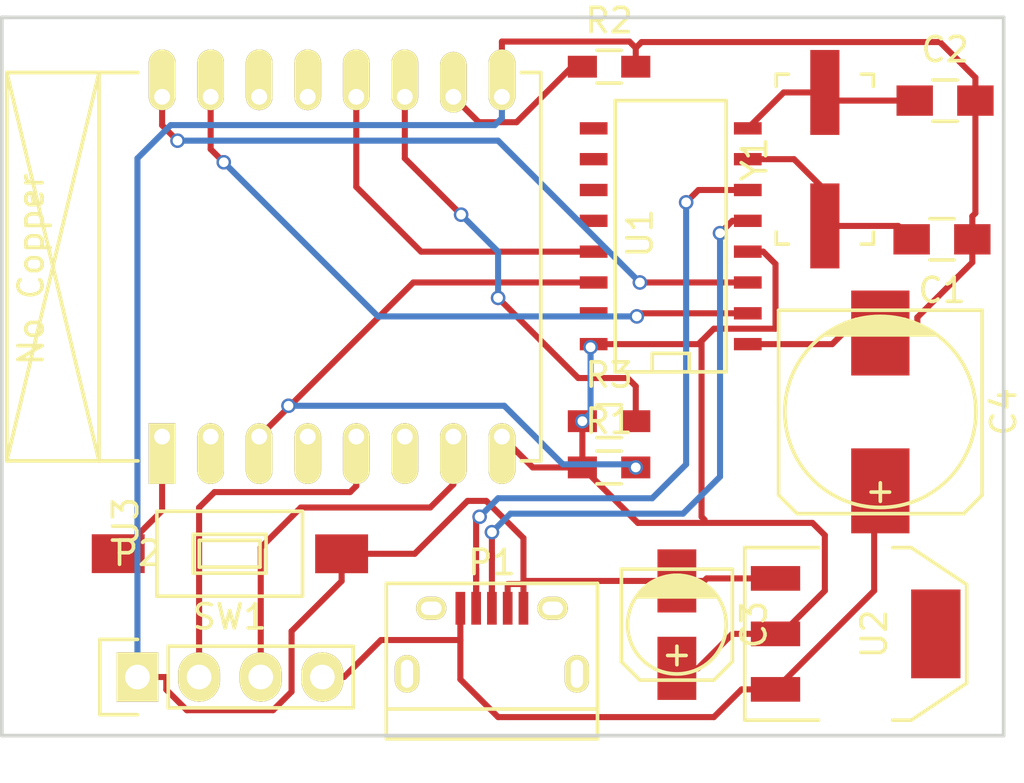
<source format=kicad_pcb>
(kicad_pcb (version 20171130) (host pcbnew "(5.1.12)-1")

  (general
    (thickness 1.6)
    (drawings 5)
    (tracks 183)
    (zones 0)
    (modules 14)
    (nets 27)
  )

  (page A4)
  (layers
    (0 F.Cu signal)
    (31 B.Cu signal)
    (32 B.Adhes user)
    (33 F.Adhes user)
    (34 B.Paste user)
    (35 F.Paste user)
    (36 B.SilkS user)
    (37 F.SilkS user)
    (38 B.Mask user)
    (39 F.Mask user)
    (40 Dwgs.User user)
    (41 Cmts.User user)
    (42 Eco1.User user)
    (43 Eco2.User user)
    (44 Edge.Cuts user)
    (45 Margin user)
    (46 B.CrtYd user)
    (47 F.CrtYd user)
    (48 B.Fab user)
    (49 F.Fab user)
  )

  (setup
    (last_trace_width 0.25)
    (trace_clearance 0.2)
    (zone_clearance 0.508)
    (zone_45_only no)
    (trace_min 0.2)
    (via_size 0.6)
    (via_drill 0.4)
    (via_min_size 0.4)
    (via_min_drill 0.3)
    (uvia_size 0.3)
    (uvia_drill 0.1)
    (uvias_allowed no)
    (uvia_min_size 0.2)
    (uvia_min_drill 0.1)
    (edge_width 0.15)
    (segment_width 0.2)
    (pcb_text_width 0.3)
    (pcb_text_size 1.5 1.5)
    (mod_edge_width 0.15)
    (mod_text_size 1 1)
    (mod_text_width 0.15)
    (pad_size 1.524 1.524)
    (pad_drill 0.762)
    (pad_to_mask_clearance 0.2)
    (aux_axis_origin 0 0)
    (visible_elements 7FFFFFFF)
    (pcbplotparams
      (layerselection 0x010f0_80000001)
      (usegerberextensions false)
      (usegerberattributes true)
      (usegerberadvancedattributes true)
      (creategerberjobfile true)
      (excludeedgelayer true)
      (linewidth 0.100000)
      (plotframeref false)
      (viasonmask false)
      (mode 1)
      (useauxorigin false)
      (hpglpennumber 1)
      (hpglpenspeed 20)
      (hpglpendiameter 15.000000)
      (psnegative false)
      (psa4output false)
      (plotreference true)
      (plotvalue true)
      (plotinvisibletext false)
      (padsonsilk false)
      (subtractmaskfromsilk false)
      (outputformat 1)
      (mirror false)
      (drillshape 0)
      (scaleselection 1)
      (outputdirectory ""))
  )

  (net 0 "")
  (net 1 /GND)
  (net 2 "Net-(C1-Pad2)")
  (net 3 "Net-(C2-Pad1)")
  (net 4 /3.3V)
  (net 5 /5V)
  (net 6 "Net-(P1-Pad2)")
  (net 7 "Net-(P1-Pad3)")
  (net 8 /CLOCK)
  (net 9 /MOSI)
  (net 10 /RTS)
  (net 11 "Net-(R2-Pad1)")
  (net 12 "Net-(R3-Pad2)")
  (net 13 /DTR)
  (net 14 "Net-(U1-Pad12)")
  (net 15 "Net-(U1-Pad11)")
  (net 16 "Net-(U1-Pad10)")
  (net 17 "Net-(U1-Pad9)")
  (net 18 /RX)
  (net 19 /TX)
  (net 20 "Net-(U1-Pad15)")
  (net 21 "Net-(U3-Pad2)")
  (net 22 "Net-(U3-Pad4)")
  (net 23 "Net-(U3-Pad6)")
  (net 24 "Net-(U3-Pad13)")
  (net 25 "Net-(U3-Pad14)")
  (net 26 /RESET)

  (net_class Default "This is the default net class."
    (clearance 0.2)
    (trace_width 0.25)
    (via_dia 0.6)
    (via_drill 0.4)
    (uvia_dia 0.3)
    (uvia_drill 0.1)
    (add_net /3.3V)
    (add_net /5V)
    (add_net /CLOCK)
    (add_net /DTR)
    (add_net /GND)
    (add_net /MOSI)
    (add_net /RESET)
    (add_net /RTS)
    (add_net /RX)
    (add_net /TX)
    (add_net "Net-(C1-Pad2)")
    (add_net "Net-(C2-Pad1)")
    (add_net "Net-(P1-Pad2)")
    (add_net "Net-(P1-Pad3)")
    (add_net "Net-(R2-Pad1)")
    (add_net "Net-(R3-Pad2)")
    (add_net "Net-(U1-Pad10)")
    (add_net "Net-(U1-Pad11)")
    (add_net "Net-(U1-Pad12)")
    (add_net "Net-(U1-Pad15)")
    (add_net "Net-(U1-Pad9)")
    (add_net "Net-(U3-Pad13)")
    (add_net "Net-(U3-Pad14)")
    (add_net "Net-(U3-Pad2)")
    (add_net "Net-(U3-Pad4)")
    (add_net "Net-(U3-Pad6)")
  )

  (module Capacitors_SMD:C_0805_HandSoldering (layer F.Cu) (tedit 541A9B8D) (tstamp 568B2579)
    (at 166.116 83.312 180)
    (descr "Capacitor SMD 0805, hand soldering")
    (tags "capacitor 0805")
    (path /568AD759)
    (attr smd)
    (fp_text reference C1 (at 0 -2.1 180) (layer F.SilkS)
      (effects (font (size 1 1) (thickness 0.15)))
    )
    (fp_text value 22pF (at 0 2.1 180) (layer F.Fab)
      (effects (font (size 1 1) (thickness 0.15)))
    )
    (fp_line (start -0.5 0.85) (end 0.5 0.85) (layer F.SilkS) (width 0.15))
    (fp_line (start 0.5 -0.85) (end -0.5 -0.85) (layer F.SilkS) (width 0.15))
    (fp_line (start 2.3 -1) (end 2.3 1) (layer F.CrtYd) (width 0.05))
    (fp_line (start -2.3 -1) (end -2.3 1) (layer F.CrtYd) (width 0.05))
    (fp_line (start -2.3 1) (end 2.3 1) (layer F.CrtYd) (width 0.05))
    (fp_line (start -2.3 -1) (end 2.3 -1) (layer F.CrtYd) (width 0.05))
    (pad 1 smd rect (at -1.25 0 180) (size 1.5 1.25) (layers F.Cu F.Paste F.Mask)
      (net 1 /GND))
    (pad 2 smd rect (at 1.25 0 180) (size 1.5 1.25) (layers F.Cu F.Paste F.Mask)
      (net 2 "Net-(C1-Pad2)"))
    (model Capacitors_SMD.3dshapes/C_0805_HandSoldering.wrl
      (at (xyz 0 0 0))
      (scale (xyz 1 1 1))
      (rotate (xyz 0 0 0))
    )
  )

  (module Capacitors_SMD:C_0805_HandSoldering (layer F.Cu) (tedit 541A9B8D) (tstamp 568B257F)
    (at 166.243 77.597)
    (descr "Capacitor SMD 0805, hand soldering")
    (tags "capacitor 0805")
    (path /568AD8D0)
    (attr smd)
    (fp_text reference C2 (at 0 -2.1) (layer F.SilkS)
      (effects (font (size 1 1) (thickness 0.15)))
    )
    (fp_text value 22pF (at 0 2.1) (layer F.Fab)
      (effects (font (size 1 1) (thickness 0.15)))
    )
    (fp_line (start -0.5 0.85) (end 0.5 0.85) (layer F.SilkS) (width 0.15))
    (fp_line (start 0.5 -0.85) (end -0.5 -0.85) (layer F.SilkS) (width 0.15))
    (fp_line (start 2.3 -1) (end 2.3 1) (layer F.CrtYd) (width 0.05))
    (fp_line (start -2.3 -1) (end -2.3 1) (layer F.CrtYd) (width 0.05))
    (fp_line (start -2.3 1) (end 2.3 1) (layer F.CrtYd) (width 0.05))
    (fp_line (start -2.3 -1) (end 2.3 -1) (layer F.CrtYd) (width 0.05))
    (pad 1 smd rect (at -1.25 0) (size 1.5 1.25) (layers F.Cu F.Paste F.Mask)
      (net 3 "Net-(C2-Pad1)"))
    (pad 2 smd rect (at 1.25 0) (size 1.5 1.25) (layers F.Cu F.Paste F.Mask)
      (net 1 /GND))
    (model Capacitors_SMD.3dshapes/C_0805_HandSoldering.wrl
      (at (xyz 0 0 0))
      (scale (xyz 1 1 1))
      (rotate (xyz 0 0 0))
    )
  )

  (module Capacitors_SMD:c_elec_4x5.8 (layer F.Cu) (tedit 556FDF7F) (tstamp 568B2585)
    (at 155.194 99.187 270)
    (descr "SMT capacitor, aluminium electrolytic, 4x5.8")
    (path /568ADE78)
    (attr smd)
    (fp_text reference C3 (at 0 -3.175 270) (layer F.SilkS)
      (effects (font (size 1 1) (thickness 0.15)))
    )
    (fp_text value 22uF (at 0 3.175 270) (layer F.Fab)
      (effects (font (size 1 1) (thickness 0.15)))
    )
    (fp_circle (center 0 0) (end -2.032 0) (layer F.SilkS) (width 0.15))
    (fp_line (start -2.286 -2.286) (end -2.286 2.286) (layer F.SilkS) (width 0.15))
    (fp_line (start -1.143 -1.651) (end -1.143 1.651) (layer F.SilkS) (width 0.15))
    (fp_line (start -1.27 -1.524) (end -1.27 1.524) (layer F.SilkS) (width 0.15))
    (fp_line (start -1.397 1.397) (end -1.397 -1.397) (layer F.SilkS) (width 0.15))
    (fp_line (start -1.524 -1.27) (end -1.524 1.27) (layer F.SilkS) (width 0.15))
    (fp_line (start -1.651 1.143) (end -1.651 -1.143) (layer F.SilkS) (width 0.15))
    (fp_line (start -1.778 0.889) (end -1.778 -0.889) (layer F.SilkS) (width 0.15))
    (fp_line (start -1.905 -0.635) (end -1.905 0.635) (layer F.SilkS) (width 0.15))
    (fp_line (start -2.032 0.127) (end -2.032 -0.127) (layer F.SilkS) (width 0.15))
    (fp_line (start 1.524 -2.286) (end 2.286 -1.524) (layer F.SilkS) (width 0.15))
    (fp_line (start 1.524 -2.286) (end -2.286 -2.286) (layer F.SilkS) (width 0.15))
    (fp_line (start 1.524 2.286) (end 2.286 1.524) (layer F.SilkS) (width 0.15))
    (fp_line (start 2.286 -1.524) (end 2.286 1.524) (layer F.SilkS) (width 0.15))
    (fp_line (start 1.524 2.286) (end -2.286 2.286) (layer F.SilkS) (width 0.15))
    (fp_line (start 1.27 -0.381) (end 1.27 0.381) (layer F.SilkS) (width 0.15))
    (fp_line (start 1.651 0) (end 0.889 0) (layer F.SilkS) (width 0.15))
    (fp_line (start -3.35 2.65) (end -3.35 -2.65) (layer F.CrtYd) (width 0.05))
    (fp_line (start 3.35 2.65) (end -3.35 2.65) (layer F.CrtYd) (width 0.05))
    (fp_line (start 3.35 -2.65) (end 3.35 2.65) (layer F.CrtYd) (width 0.05))
    (fp_line (start -3.35 -2.65) (end 3.35 -2.65) (layer F.CrtYd) (width 0.05))
    (pad 1 smd rect (at 1.80086 0 270) (size 2.60096 1.6002) (layers F.Cu F.Paste F.Mask)
      (net 4 /3.3V))
    (pad 2 smd rect (at -1.80086 0 270) (size 2.60096 1.6002) (layers F.Cu F.Paste F.Mask)
      (net 1 /GND))
    (model Capacitors_SMD.3dshapes/c_elec_4x5.8.wrl
      (at (xyz 0 0 0))
      (scale (xyz 1 1 1))
      (rotate (xyz 0 0 0))
    )
  )

  (module Capacitors_SMD:c_elec_8x10 (layer F.Cu) (tedit 55729723) (tstamp 568B258B)
    (at 163.576 90.424 270)
    (descr "SMT capacitor, aluminium electrolytic, 8x10")
    (path /568AE44B)
    (attr smd)
    (fp_text reference C4 (at 0 -5.08 270) (layer F.SilkS)
      (effects (font (size 1 1) (thickness 0.15)))
    )
    (fp_text value 470uF (at 0 5.08 270) (layer F.Fab)
      (effects (font (size 1 1) (thickness 0.15)))
    )
    (fp_circle (center 0 0) (end 3.937 0) (layer F.SilkS) (width 0.15))
    (fp_line (start 3.302 -0.381) (end 3.302 0.381) (layer F.SilkS) (width 0.15))
    (fp_line (start 3.683 0) (end 2.921 0) (layer F.SilkS) (width 0.15))
    (fp_line (start 3.429 -4.191) (end -4.191 -4.191) (layer F.SilkS) (width 0.15))
    (fp_line (start 4.191 -3.429) (end 3.429 -4.191) (layer F.SilkS) (width 0.15))
    (fp_line (start 4.191 3.429) (end 4.191 -3.429) (layer F.SilkS) (width 0.15))
    (fp_line (start 3.429 4.191) (end 4.191 3.429) (layer F.SilkS) (width 0.15))
    (fp_line (start -4.191 4.191) (end 3.429 4.191) (layer F.SilkS) (width 0.15))
    (fp_line (start -4.191 -4.191) (end -4.191 4.191) (layer F.SilkS) (width 0.15))
    (fp_line (start -3.175 -2.286) (end -3.175 2.286) (layer F.SilkS) (width 0.15))
    (fp_line (start -3.302 2.032) (end -3.302 -2.032) (layer F.SilkS) (width 0.15))
    (fp_line (start -3.429 1.905) (end -3.429 -1.905) (layer F.SilkS) (width 0.15))
    (fp_line (start -3.556 -1.651) (end -3.556 1.651) (layer F.SilkS) (width 0.15))
    (fp_line (start -3.683 1.397) (end -3.683 -1.397) (layer F.SilkS) (width 0.15))
    (fp_line (start -3.81 -1.016) (end -3.81 1.016) (layer F.SilkS) (width 0.15))
    (fp_line (start -5.35 4.55) (end -5.35 -4.55) (layer F.CrtYd) (width 0.05))
    (fp_line (start 5.35 4.55) (end -5.35 4.55) (layer F.CrtYd) (width 0.05))
    (fp_line (start 5.35 -4.55) (end 5.35 4.55) (layer F.CrtYd) (width 0.05))
    (fp_line (start -5.35 -4.55) (end 5.35 -4.55) (layer F.CrtYd) (width 0.05))
    (pad 1 smd rect (at 3.2512 0 270) (size 3.50012 2.4003) (layers F.Cu F.Paste F.Mask)
      (net 5 /5V))
    (pad 2 smd rect (at -3.2512 0 270) (size 3.50012 2.4003) (layers F.Cu F.Paste F.Mask)
      (net 1 /GND))
    (model Capacitors_SMD.3dshapes/c_elec_8x10.wrl
      (at (xyz 0 0 0))
      (scale (xyz 1 1 1))
      (rotate (xyz 0 0 0))
    )
  )

  (module Connect:USB_Micro-B (layer F.Cu) (tedit 0) (tstamp 568B2598)
    (at 147.574 100.076)
    (descr "Micro USB Type B Receptacle")
    (tags "USB USB_B USB_micro USB_OTG")
    (path /568AD4FF)
    (attr smd)
    (fp_text reference P1 (at 0 -3.45) (layer F.SilkS)
      (effects (font (size 1 1) (thickness 0.15)))
    )
    (fp_text value USB_B (at 0 4.8) (layer F.Fab)
      (effects (font (size 1 1) (thickness 0.15)))
    )
    (fp_line (start -4.3509 3.81746) (end -4.3509 -2.58754) (layer F.SilkS) (width 0.15))
    (fp_line (start 4.3491 2.58746) (end -4.3509 2.58746) (layer F.SilkS) (width 0.15))
    (fp_line (start 4.3491 -2.58754) (end 4.3491 3.81746) (layer F.SilkS) (width 0.15))
    (fp_line (start -4.3509 -2.58754) (end 4.3491 -2.58754) (layer F.SilkS) (width 0.15))
    (fp_line (start -4.3509 3.81746) (end 4.3491 3.81746) (layer F.SilkS) (width 0.15))
    (fp_line (start -4.6 4.05) (end -4.6 -2.8) (layer F.CrtYd) (width 0.05))
    (fp_line (start 4.6 4.05) (end -4.6 4.05) (layer F.CrtYd) (width 0.05))
    (fp_line (start 4.6 -2.8) (end 4.6 4.05) (layer F.CrtYd) (width 0.05))
    (fp_line (start -4.6 -2.8) (end 4.6 -2.8) (layer F.CrtYd) (width 0.05))
    (pad 1 smd rect (at -1.3009 -1.56254 90) (size 1.35 0.4) (layers F.Cu F.Paste F.Mask)
      (net 5 /5V))
    (pad 2 smd rect (at -0.6509 -1.56254 90) (size 1.35 0.4) (layers F.Cu F.Paste F.Mask)
      (net 6 "Net-(P1-Pad2)"))
    (pad 3 smd rect (at -0.0009 -1.56254 90) (size 1.35 0.4) (layers F.Cu F.Paste F.Mask)
      (net 7 "Net-(P1-Pad3)"))
    (pad 4 smd rect (at 0.6491 -1.56254 90) (size 1.35 0.4) (layers F.Cu F.Paste F.Mask)
      (net 1 /GND))
    (pad 5 smd rect (at 1.2991 -1.56254 90) (size 1.35 0.4) (layers F.Cu F.Paste F.Mask)
      (net 1 /GND))
    (pad 6 thru_hole oval (at -2.5009 -1.56254 90) (size 0.95 1.25) (drill oval 0.55 0.85) (layers *.Cu *.Mask F.SilkS))
    (pad 6 thru_hole oval (at 2.4991 -1.56254 90) (size 0.95 1.25) (drill oval 0.55 0.85) (layers *.Cu *.Mask F.SilkS))
    (pad 6 thru_hole oval (at -3.5009 1.13746 90) (size 1.55 1) (drill oval 1.15 0.5) (layers *.Cu *.Mask F.SilkS))
    (pad 6 thru_hole oval (at 3.4991 1.13746 90) (size 1.55 1) (drill oval 1.15 0.5) (layers *.Cu *.Mask F.SilkS))
  )

  (module Socket_Strips:Socket_Strip_Straight_1x04 (layer F.Cu) (tedit 0) (tstamp 568B25A0)
    (at 132.969 101.346)
    (descr "Through hole socket strip")
    (tags "socket strip")
    (path /568B08A9)
    (fp_text reference P2 (at 0 -5.1) (layer F.SilkS)
      (effects (font (size 1 1) (thickness 0.15)))
    )
    (fp_text value CONN_01X04 (at 0 -3.1) (layer F.Fab)
      (effects (font (size 1 1) (thickness 0.15)))
    )
    (fp_line (start -1.55 -1.55) (end -1.55 1.55) (layer F.SilkS) (width 0.15))
    (fp_line (start 0 -1.55) (end -1.55 -1.55) (layer F.SilkS) (width 0.15))
    (fp_line (start 1.27 1.27) (end 1.27 -1.27) (layer F.SilkS) (width 0.15))
    (fp_line (start 8.89 -1.27) (end 8.89 1.27) (layer F.SilkS) (width 0.15))
    (fp_line (start -1.55 1.55) (end 0 1.55) (layer F.SilkS) (width 0.15))
    (fp_line (start 1.27 1.27) (end 8.89 1.27) (layer F.SilkS) (width 0.15))
    (fp_line (start 1.27 -1.27) (end 8.89 -1.27) (layer F.SilkS) (width 0.15))
    (fp_line (start -1.75 1.75) (end 9.4 1.75) (layer F.CrtYd) (width 0.05))
    (fp_line (start -1.75 -1.75) (end 9.4 -1.75) (layer F.CrtYd) (width 0.05))
    (fp_line (start 9.4 -1.75) (end 9.4 1.75) (layer F.CrtYd) (width 0.05))
    (fp_line (start -1.75 -1.75) (end -1.75 1.75) (layer F.CrtYd) (width 0.05))
    (pad 1 thru_hole rect (at 0 0) (size 1.7272 2.032) (drill 1.016) (layers *.Cu *.Mask F.SilkS)
      (net 1 /GND))
    (pad 2 thru_hole oval (at 2.54 0) (size 1.7272 2.032) (drill 1.016) (layers *.Cu *.Mask F.SilkS)
      (net 8 /CLOCK))
    (pad 3 thru_hole oval (at 5.08 0) (size 1.7272 2.032) (drill 1.016) (layers *.Cu *.Mask F.SilkS)
      (net 9 /MOSI))
    (pad 4 thru_hole oval (at 7.62 0) (size 1.7272 2.032) (drill 1.016) (layers *.Cu *.Mask F.SilkS)
      (net 5 /5V))
    (model Socket_Strips.3dshapes/Socket_Strip_Straight_1x04.wrl
      (offset (xyz 3.809999942779541 0 0))
      (scale (xyz 1 1 1))
      (rotate (xyz 0 0 180))
    )
  )

  (module Buttons_Switches_SMD:SW_SPST_FSMSM (layer F.Cu) (tedit 555C8B1B) (tstamp 568B25B8)
    (at 136.779 96.266 180)
    (descr http://www.te.com/commerce/DocumentDelivery/DDEController?Action=srchrtrv&DocNm=1437566-3&DocType=Customer+Drawing&DocLang=English)
    (tags "SPST button tactile switch")
    (path /568B036D)
    (attr smd)
    (fp_text reference SW1 (at 0.01011 -2.60022 180) (layer F.SilkS)
      (effects (font (size 1 1) (thickness 0.15)))
    )
    (fp_text value SW_PUSH (at 0.01011 -0.00022 180) (layer F.Fab)
      (effects (font (size 1 1) (thickness 0.15)))
    )
    (fp_line (start -5.85 -2) (end 5.9 -2) (layer F.CrtYd) (width 0.05))
    (fp_line (start -5.85 -2) (end -5.85 1.95) (layer F.CrtYd) (width 0.05))
    (fp_line (start 3.01011 -1.75022) (end 3.01011 1.74978) (layer F.SilkS) (width 0.15))
    (fp_line (start -2.98989 -1.75022) (end -2.98989 1.74978) (layer F.SilkS) (width 0.15))
    (fp_line (start -2.98989 -1.75022) (end 3.01011 -1.75022) (layer F.SilkS) (width 0.15))
    (fp_line (start -2.98989 1.74978) (end 3.01011 1.74978) (layer F.SilkS) (width 0.15))
    (fp_line (start 5.9 -2) (end 5.9 1.95) (layer F.CrtYd) (width 0.05))
    (fp_line (start -5.85 1.95) (end 5.9 1.95) (layer F.CrtYd) (width 0.05))
    (fp_line (start -1.48989 -0.80022) (end -1.48989 0.79978) (layer F.SilkS) (width 0.15))
    (fp_line (start 1.51011 -0.80022) (end 1.51011 0.79978) (layer F.SilkS) (width 0.15))
    (fp_line (start -1.48989 -0.80022) (end 1.51011 -0.80022) (layer F.SilkS) (width 0.15))
    (fp_line (start -1.48989 0.79978) (end 1.51011 0.79978) (layer F.SilkS) (width 0.15))
    (fp_line (start -1.23989 0.54978) (end -1.23989 -0.55022) (layer F.SilkS) (width 0.15))
    (fp_line (start 1.26011 0.54978) (end -1.23989 0.54978) (layer F.SilkS) (width 0.15))
    (fp_line (start 1.26011 -0.55022) (end 1.26011 0.54978) (layer F.SilkS) (width 0.15))
    (fp_line (start -1.23989 -0.55022) (end 1.26011 -0.55022) (layer F.SilkS) (width 0.15))
    (pad 1 smd rect (at -4.60243 -0.00232 180) (size 2.18 1.6) (layers F.Cu F.Paste F.Mask)
      (net 1 /GND))
    (pad 2 smd rect (at 4.60243 0.00232 180) (size 2.18 1.6) (layers F.Cu F.Paste F.Mask)
      (net 26 /RESET))
  )

  (module SMD_Packages:SO-16-N (layer F.Cu) (tedit 0) (tstamp 568B25CC)
    (at 154.94 83.185 90)
    (descr "Module CMS SOJ 16 pins large")
    (tags "CMS SOJ")
    (path /568AD44A)
    (attr smd)
    (fp_text reference U1 (at 0.127 -1.27 90) (layer F.SilkS)
      (effects (font (size 1 1) (thickness 0.15)))
    )
    (fp_text value CH340G (at 0 1.27 90) (layer F.Fab)
      (effects (font (size 1 1) (thickness 0.15)))
    )
    (fp_line (start -5.588 -2.286) (end 5.588 -2.286) (layer F.SilkS) (width 0.15))
    (fp_line (start -5.588 2.286) (end -5.588 -2.286) (layer F.SilkS) (width 0.15))
    (fp_line (start 5.588 2.286) (end -5.588 2.286) (layer F.SilkS) (width 0.15))
    (fp_line (start 5.588 -2.286) (end 5.588 2.286) (layer F.SilkS) (width 0.15))
    (fp_line (start -4.826 0.762) (end -5.588 0.762) (layer F.SilkS) (width 0.15))
    (fp_line (start -4.826 -0.762) (end -4.826 0.762) (layer F.SilkS) (width 0.15))
    (fp_line (start -5.588 -0.762) (end -4.826 -0.762) (layer F.SilkS) (width 0.15))
    (pad 16 smd rect (at -4.445 -3.175 90) (size 0.508 1.143) (layers F.Cu F.Paste F.Mask)
      (net 4 /3.3V))
    (pad 14 smd rect (at -1.905 -3.175 90) (size 0.508 1.143) (layers F.Cu F.Paste F.Mask)
      (net 10 /RTS))
    (pad 13 smd rect (at -0.635 -3.175 90) (size 0.508 1.143) (layers F.Cu F.Paste F.Mask)
      (net 13 /DTR))
    (pad 12 smd rect (at 0.635 -3.175 90) (size 0.508 1.143) (layers F.Cu F.Paste F.Mask)
      (net 14 "Net-(U1-Pad12)"))
    (pad 11 smd rect (at 1.905 -3.175 90) (size 0.508 1.143) (layers F.Cu F.Paste F.Mask)
      (net 15 "Net-(U1-Pad11)"))
    (pad 10 smd rect (at 3.175 -3.175 90) (size 0.508 1.143) (layers F.Cu F.Paste F.Mask)
      (net 16 "Net-(U1-Pad10)"))
    (pad 9 smd rect (at 4.445 -3.175 90) (size 0.508 1.143) (layers F.Cu F.Paste F.Mask)
      (net 17 "Net-(U1-Pad9)"))
    (pad 8 smd rect (at 4.445 3.175 90) (size 0.508 1.143) (layers F.Cu F.Paste F.Mask)
      (net 3 "Net-(C2-Pad1)"))
    (pad 7 smd rect (at 3.175 3.175 90) (size 0.508 1.143) (layers F.Cu F.Paste F.Mask)
      (net 2 "Net-(C1-Pad2)"))
    (pad 6 smd rect (at 1.905 3.175 90) (size 0.508 1.143) (layers F.Cu F.Paste F.Mask)
      (net 6 "Net-(P1-Pad2)"))
    (pad 5 smd rect (at 0.635 3.175 90) (size 0.508 1.143) (layers F.Cu F.Paste F.Mask)
      (net 7 "Net-(P1-Pad3)"))
    (pad 4 smd rect (at -0.635 3.175 90) (size 0.508 1.143) (layers F.Cu F.Paste F.Mask)
      (net 4 /3.3V))
    (pad 3 smd rect (at -1.905 3.175 90) (size 0.508 1.143) (layers F.Cu F.Paste F.Mask)
      (net 18 /RX))
    (pad 2 smd rect (at -3.175 3.175 90) (size 0.508 1.143) (layers F.Cu F.Paste F.Mask)
      (net 19 /TX))
    (pad 1 smd rect (at -4.445 3.175 90) (size 0.508 1.143) (layers F.Cu F.Paste F.Mask)
      (net 1 /GND))
    (pad 15 smd rect (at -3.175 -3.175 90) (size 0.508 1.143) (layers F.Cu F.Paste F.Mask)
      (net 20 "Net-(U1-Pad15)"))
    (model SMD_Packages.3dshapes/SO-16-N.wrl
      (at (xyz 0 0 0))
      (scale (xyz 0.5 0.4 0.5))
      (rotate (xyz 0 0 0))
    )
  )

  (module TO_SOT_Packages_SMD:SOT-223 (layer F.Cu) (tedit 0) (tstamp 568B25D4)
    (at 162.56 99.568 270)
    (descr "module CMS SOT223 4 pins")
    (tags "CMS SOT")
    (path /568ADDE9)
    (attr smd)
    (fp_text reference U2 (at 0 -0.762 270) (layer F.SilkS)
      (effects (font (size 1 1) (thickness 0.15)))
    )
    (fp_text value AMS1117 (at 0 0.762 270) (layer F.Fab)
      (effects (font (size 1 1) (thickness 0.15)))
    )
    (fp_line (start 3.556 -2.286) (end 3.556 -1.524) (layer F.SilkS) (width 0.15))
    (fp_line (start 2.032 -4.572) (end 3.556 -2.286) (layer F.SilkS) (width 0.15))
    (fp_line (start -2.032 -4.572) (end 2.032 -4.572) (layer F.SilkS) (width 0.15))
    (fp_line (start -3.556 -2.286) (end -2.032 -4.572) (layer F.SilkS) (width 0.15))
    (fp_line (start -3.556 -1.524) (end -3.556 -2.286) (layer F.SilkS) (width 0.15))
    (fp_line (start 3.556 4.572) (end 3.556 1.524) (layer F.SilkS) (width 0.15))
    (fp_line (start -3.556 4.572) (end 3.556 4.572) (layer F.SilkS) (width 0.15))
    (fp_line (start -3.556 1.524) (end -3.556 4.572) (layer F.SilkS) (width 0.15))
    (pad 4 smd rect (at 0 -3.302 270) (size 3.6576 2.032) (layers F.Cu F.Paste F.Mask))
    (pad 2 smd rect (at 0 3.302 270) (size 1.016 2.032) (layers F.Cu F.Paste F.Mask)
      (net 4 /3.3V))
    (pad 3 smd rect (at 2.286 3.302 270) (size 1.016 2.032) (layers F.Cu F.Paste F.Mask)
      (net 5 /5V))
    (pad 1 smd rect (at -2.286 3.302 270) (size 1.016 2.032) (layers F.Cu F.Paste F.Mask)
      (net 1 /GND))
    (model TO_SOT_Packages_SMD.3dshapes/SOT-223.wrl
      (at (xyz 0 0 0))
      (scale (xyz 0.4 0.4 0.4))
      (rotate (xyz 0 0 0))
    )
  )

  (module ESP8266:ESP-07v2 (layer F.Cu) (tedit 556A0367) (tstamp 568B25E8)
    (at 133.985 91.44 90)
    (descr "Module, ESP-8266, ESP-07v2, 16 pad, SMD")
    (tags "Module ESP-8266 ESP8266")
    (path /568AF7AA)
    (fp_text reference U3 (at -3.5 -1.5 90) (layer F.SilkS)
      (effects (font (size 1 1) (thickness 0.15)))
    )
    (fp_text value ESP-07v2 (at 7.25 2.25 90) (layer F.Fab)
      (effects (font (size 1 1) (thickness 0.15)))
    )
    (fp_line (start -1 -6.4) (end 15 -6.4) (layer F.Fab) (width 0.05))
    (fp_line (start -1.008 15.6) (end -1.008 -6.4) (layer F.Fab) (width 0.05))
    (fp_line (start 15 15.6) (end -1 15.6) (layer F.Fab) (width 0.05))
    (fp_line (start 15 -6.4) (end 15 15.6) (layer F.Fab) (width 0.05))
    (fp_line (start -1.008 -2.6) (end 14.992 -2.6) (layer F.SilkS) (width 0.1524))
    (fp_line (start -1 -6.4) (end 15 -2.6) (layer F.SilkS) (width 0.1524))
    (fp_line (start 15 -6.4) (end -1 -2.6) (layer F.SilkS) (width 0.1524))
    (fp_line (start 15 15.6) (end 15 14.8) (layer F.SilkS) (width 0.1524))
    (fp_line (start -1 15.6) (end 15 15.6) (layer F.SilkS) (width 0.1524))
    (fp_line (start -1 14.8) (end -1 15.6) (layer F.SilkS) (width 0.1524))
    (fp_line (start -1 -6.4) (end -1 -1) (layer F.SilkS) (width 0.1524))
    (fp_line (start 15 -6.4) (end 15 -1) (layer F.SilkS) (width 0.1524))
    (fp_line (start -1 -6.4) (end 15 -6.4) (layer F.SilkS) (width 0.1524))
    (fp_line (start -2.25 16) (end -2.25 -0.5) (layer F.CrtYd) (width 0.05))
    (fp_line (start 16.25 16) (end -2.25 16) (layer F.CrtYd) (width 0.05))
    (fp_line (start 16.25 -6.65) (end 16.25 16) (layer F.CrtYd) (width 0.05))
    (fp_line (start -2.25 -6.65) (end 16.25 -6.65) (layer F.CrtYd) (width 0.05))
    (fp_line (start -2.25 -0.5) (end -2.25 -6.65) (layer F.CrtYd) (width 0.05))
    (fp_text user "No Copper" (at 6.892 -5.4 90) (layer F.SilkS)
      (effects (font (size 1 1) (thickness 0.15)))
    )
    (pad 1 thru_hole rect (at 0 0 90) (size 2.5 1.1) (drill 0.65 (offset -0.7 0)) (layers *.Cu *.Mask F.SilkS)
      (net 26 /RESET))
    (pad 2 thru_hole oval (at 0 2 90) (size 2.5 1.1) (drill 0.65 (offset -0.7 0)) (layers *.Cu *.Mask F.SilkS)
      (net 21 "Net-(U3-Pad2)"))
    (pad 3 thru_hole oval (at 0 4 90) (size 2.5 1.1) (drill 0.65 (offset -0.7 0)) (layers *.Cu *.Mask F.SilkS)
      (net 10 /RTS))
    (pad 4 thru_hole oval (at 0 6 90) (size 2.5 1.1) (drill 0.65 (offset -0.7 0)) (layers *.Cu *.Mask F.SilkS)
      (net 22 "Net-(U3-Pad4)"))
    (pad 5 thru_hole oval (at 0 8 90) (size 2.5 1.1) (drill 0.65 (offset -0.7 0)) (layers *.Cu *.Mask F.SilkS)
      (net 8 /CLOCK))
    (pad 6 thru_hole oval (at 0 10 90) (size 2.5 1.1) (drill 0.65 (offset -0.7 0)) (layers *.Cu *.Mask F.SilkS)
      (net 23 "Net-(U3-Pad6)"))
    (pad 7 thru_hole oval (at 0 12 90) (size 2.5 1.1) (drill 0.65 (offset -0.7 0)) (layers *.Cu *.Mask F.SilkS)
      (net 9 /MOSI))
    (pad 8 thru_hole oval (at 0 14 90) (size 2.5 1.1) (drill 0.65 (offset -0.7 0)) (layers *.Cu *.Mask F.SilkS)
      (net 4 /3.3V))
    (pad 9 thru_hole oval (at 14 14 90) (size 2.5 1.1) (drill 0.65 (offset 0.7 0)) (layers *.Cu *.Mask F.SilkS)
      (net 1 /GND))
    (pad 10 thru_hole oval (at 14 12 90) (size 2.5 1.1) (drill 0.65 (offset 0.6 0)) (layers *.Cu *.Mask F.SilkS)
      (net 11 "Net-(R2-Pad1)"))
    (pad 11 thru_hole oval (at 14 10 90) (size 2.5 1.1) (drill 0.65 (offset 0.7 0)) (layers *.Cu *.Mask F.SilkS)
      (net 12 "Net-(R3-Pad2)"))
    (pad 12 thru_hole oval (at 14 8 90) (size 2.5 1.1) (drill 0.65 (offset 0.7 0)) (layers *.Cu *.Mask F.SilkS)
      (net 13 /DTR))
    (pad 13 thru_hole oval (at 14 6 90) (size 2.5 1.1) (drill 0.65 (offset 0.7 0)) (layers *.Cu *.Mask F.SilkS)
      (net 24 "Net-(U3-Pad13)"))
    (pad 14 thru_hole oval (at 14 4 90) (size 2.5 1.1) (drill 0.65 (offset 0.7 0)) (layers *.Cu *.Mask F.SilkS)
      (net 25 "Net-(U3-Pad14)"))
    (pad 15 thru_hole oval (at 14 2 90) (size 2.5 1.1) (drill 0.65 (offset 0.7 0)) (layers *.Cu *.Mask F.SilkS)
      (net 19 /TX))
    (pad 16 thru_hole oval (at 14 0 90) (size 2.5 1.1) (drill 0.65 (offset 0.7 0)) (layers *.Cu *.Mask F.SilkS)
      (net 18 /RX))
    (model ${ESPLIB}/ESP8266.3dshapes/ESP-07v2.wrl
      (at (xyz 0 0 0))
      (scale (xyz 0.3937 0.3937 0.3937))
      (rotate (xyz 0 0 0))
    )
  )

  (module Rager:Crystal_CSM-3X_SMD (layer F.Cu) (tedit 568B22A8) (tstamp 568B25EE)
    (at 161.29 80.01 90)
    (path /568AD6AB)
    (fp_text reference Y1 (at 0 -2.9 90) (layer F.SilkS)
      (effects (font (size 1 1) (thickness 0.15)))
    )
    (fp_text value 20MHz (at 0 3.4 90) (layer F.Fab)
      (effects (font (size 1 1) (thickness 0.15)))
    )
    (fp_line (start -3.5 -2) (end -3 -2) (layer F.SilkS) (width 0.15))
    (fp_line (start -3.5 -1.5) (end -3.5 -2) (layer F.SilkS) (width 0.15))
    (fp_line (start -3.5 2) (end -3 2) (layer F.SilkS) (width 0.15))
    (fp_line (start -3.5 2) (end -3.5 1.5) (layer F.SilkS) (width 0.15))
    (fp_line (start 3.5 -2) (end 3.5 -1.5) (layer F.SilkS) (width 0.15))
    (fp_line (start 3.5 -2) (end 3 -2) (layer F.SilkS) (width 0.15))
    (fp_line (start 3.5 2) (end 3 2) (layer F.SilkS) (width 0.15))
    (fp_line (start 3.5 1.5) (end 3.5 2) (layer F.SilkS) (width 0.15))
    (fp_circle (center 0 0) (end -0.2 -0.5) (layer F.Adhes) (width 0.15))
    (pad 1 smd rect (at -2.75 0 90) (size 3.5 1.2) (layers F.Cu F.Paste F.Mask)
      (net 2 "Net-(C1-Pad2)"))
    (pad 2 smd rect (at 2.75 0 90) (size 3.5 1.2) (layers F.Cu F.Paste F.Mask)
      (net 3 "Net-(C2-Pad1)"))
  )

  (module Resistors_SMD:R_0603_HandSoldering (layer F.Cu) (tedit 5418A00F) (tstamp 568B2D2F)
    (at 152.4 92.71)
    (descr "Resistor SMD 0603, hand soldering")
    (tags "resistor 0603")
    (path /568B00B3)
    (attr smd)
    (fp_text reference R1 (at 0 -1.9) (layer F.SilkS)
      (effects (font (size 1 1) (thickness 0.15)))
    )
    (fp_text value 10kE (at 0 1.9) (layer F.Fab)
      (effects (font (size 1 1) (thickness 0.15)))
    )
    (fp_line (start -0.5 -0.675) (end 0.5 -0.675) (layer F.SilkS) (width 0.15))
    (fp_line (start 0.5 0.675) (end -0.5 0.675) (layer F.SilkS) (width 0.15))
    (fp_line (start 2 -0.8) (end 2 0.8) (layer F.CrtYd) (width 0.05))
    (fp_line (start -2 -0.8) (end -2 0.8) (layer F.CrtYd) (width 0.05))
    (fp_line (start -2 0.8) (end 2 0.8) (layer F.CrtYd) (width 0.05))
    (fp_line (start -2 -0.8) (end 2 -0.8) (layer F.CrtYd) (width 0.05))
    (pad 1 smd rect (at -1.1 0) (size 1.2 0.9) (layers F.Cu F.Paste F.Mask)
      (net 4 /3.3V))
    (pad 2 smd rect (at 1.1 0) (size 1.2 0.9) (layers F.Cu F.Paste F.Mask)
      (net 10 /RTS))
    (model Resistors_SMD.3dshapes/R_0603_HandSoldering.wrl
      (at (xyz 0 0 0))
      (scale (xyz 1 1 1))
      (rotate (xyz 0 0 0))
    )
  )

  (module Resistors_SMD:R_0603_HandSoldering (layer F.Cu) (tedit 5418A00F) (tstamp 568B2D34)
    (at 152.4 76.2)
    (descr "Resistor SMD 0603, hand soldering")
    (tags "resistor 0603")
    (path /568AFEC9)
    (attr smd)
    (fp_text reference R2 (at 0 -1.9) (layer F.SilkS)
      (effects (font (size 1 1) (thickness 0.15)))
    )
    (fp_text value 10kE (at 0 1.9) (layer F.Fab)
      (effects (font (size 1 1) (thickness 0.15)))
    )
    (fp_line (start -0.5 -0.675) (end 0.5 -0.675) (layer F.SilkS) (width 0.15))
    (fp_line (start 0.5 0.675) (end -0.5 0.675) (layer F.SilkS) (width 0.15))
    (fp_line (start 2 -0.8) (end 2 0.8) (layer F.CrtYd) (width 0.05))
    (fp_line (start -2 -0.8) (end -2 0.8) (layer F.CrtYd) (width 0.05))
    (fp_line (start -2 0.8) (end 2 0.8) (layer F.CrtYd) (width 0.05))
    (fp_line (start -2 -0.8) (end 2 -0.8) (layer F.CrtYd) (width 0.05))
    (pad 1 smd rect (at -1.1 0) (size 1.2 0.9) (layers F.Cu F.Paste F.Mask)
      (net 11 "Net-(R2-Pad1)"))
    (pad 2 smd rect (at 1.1 0) (size 1.2 0.9) (layers F.Cu F.Paste F.Mask)
      (net 1 /GND))
    (model Resistors_SMD.3dshapes/R_0603_HandSoldering.wrl
      (at (xyz 0 0 0))
      (scale (xyz 1 1 1))
      (rotate (xyz 0 0 0))
    )
  )

  (module Resistors_SMD:R_0603_HandSoldering (layer F.Cu) (tedit 5418A00F) (tstamp 568B2D39)
    (at 152.4 90.805)
    (descr "Resistor SMD 0603, hand soldering")
    (tags "resistor 0603")
    (path /568B05B4)
    (attr smd)
    (fp_text reference R3 (at 0 -1.9) (layer F.SilkS)
      (effects (font (size 1 1) (thickness 0.15)))
    )
    (fp_text value 10kE (at 0 1.9) (layer F.Fab)
      (effects (font (size 1 1) (thickness 0.15)))
    )
    (fp_line (start -0.5 -0.675) (end 0.5 -0.675) (layer F.SilkS) (width 0.15))
    (fp_line (start 0.5 0.675) (end -0.5 0.675) (layer F.SilkS) (width 0.15))
    (fp_line (start 2 -0.8) (end 2 0.8) (layer F.CrtYd) (width 0.05))
    (fp_line (start -2 -0.8) (end -2 0.8) (layer F.CrtYd) (width 0.05))
    (fp_line (start -2 0.8) (end 2 0.8) (layer F.CrtYd) (width 0.05))
    (fp_line (start -2 -0.8) (end 2 -0.8) (layer F.CrtYd) (width 0.05))
    (pad 1 smd rect (at -1.1 0) (size 1.2 0.9) (layers F.Cu F.Paste F.Mask)
      (net 4 /3.3V))
    (pad 2 smd rect (at 1.1 0) (size 1.2 0.9) (layers F.Cu F.Paste F.Mask)
      (net 12 "Net-(R3-Pad2)"))
    (model Resistors_SMD.3dshapes/R_0603_HandSoldering.wrl
      (at (xyz 0 0 0))
      (scale (xyz 1 1 1))
      (rotate (xyz 0 0 0))
    )
  )

  (gr_line (start 127.381 74.168) (end 127.635 74.168) (angle 90) (layer Edge.Cuts) (width 0.15))
  (gr_line (start 127.381 103.759) (end 127.381 74.168) (angle 90) (layer Edge.Cuts) (width 0.15))
  (gr_line (start 168.656 103.759) (end 127.381 103.759) (angle 90) (layer Edge.Cuts) (width 0.15))
  (gr_line (start 168.656 74.168) (end 127.381 74.168) (angle 90) (layer Edge.Cuts) (width 0.15))
  (gr_line (start 168.656 103.759) (end 168.656 74.168) (angle 90) (layer Edge.Cuts) (width 0.15))

  (segment (start 167.493 77.597) (end 167.493 76.6469) (width 0.25) (layer F.Cu) (net 1))
  (segment (start 167.493 76.6469) (end 166.0309 75.1848) (width 0.25) (layer F.Cu) (net 1))
  (segment (start 166.0309 75.1848) (end 153.7401 75.1848) (width 0.25) (layer F.Cu) (net 1))
  (segment (start 153.7401 75.1848) (end 153.5 75.4249) (width 0.25) (layer F.Cu) (net 1))
  (segment (start 167.493 77.597) (end 167.493 82.2349) (width 0.25) (layer F.Cu) (net 1))
  (segment (start 167.493 82.2349) (end 167.366 82.3619) (width 0.25) (layer F.Cu) (net 1))
  (segment (start 167.366 83.312) (end 167.366 82.3619) (width 0.25) (layer F.Cu) (net 1))
  (segment (start 147.985 77.44) (end 147.985 78.3151) (width 0.25) (layer B.Cu) (net 1))
  (segment (start 132.969 101.346) (end 132.969 79.9763) (width 0.25) (layer B.Cu) (net 1))
  (segment (start 132.969 79.9763) (end 134.3387 78.6066) (width 0.25) (layer B.Cu) (net 1))
  (segment (start 134.3387 78.6066) (end 147.6935 78.6066) (width 0.25) (layer B.Cu) (net 1))
  (segment (start 147.6935 78.6066) (end 147.985 78.3151) (width 0.25) (layer B.Cu) (net 1))
  (segment (start 167.366 83.312) (end 167.366 84.2621) (width 0.25) (layer F.Cu) (net 1))
  (segment (start 163.576 87.1728) (end 165.1013 87.1728) (width 0.25) (layer F.Cu) (net 1))
  (segment (start 165.1013 87.1728) (end 165.1013 86.5268) (width 0.25) (layer F.Cu) (net 1))
  (segment (start 165.1013 86.5268) (end 167.366 84.2621) (width 0.25) (layer F.Cu) (net 1))
  (segment (start 162.8134 87.1728) (end 163.576 87.1728) (width 0.25) (layer F.Cu) (net 1))
  (segment (start 162.8134 87.1728) (end 162.0508 87.1728) (width 0.25) (layer F.Cu) (net 1))
  (segment (start 148.8731 97.5134) (end 148.8731 98.5135) (width 0.25) (layer F.Cu) (net 1))
  (segment (start 148.8731 97.3861) (end 148.8731 97.5134) (width 0.25) (layer F.Cu) (net 1))
  (segment (start 148.8731 97.5134) (end 148.2231 97.5134) (width 0.25) (layer F.Cu) (net 1))
  (segment (start 141.3814 96.2683) (end 144.3906 96.2683) (width 0.25) (layer F.Cu) (net 1))
  (segment (start 144.3906 96.2683) (end 146.5698 94.0891) (width 0.25) (layer F.Cu) (net 1))
  (segment (start 146.5698 94.0891) (end 147.3392 94.0891) (width 0.25) (layer F.Cu) (net 1))
  (segment (start 147.3392 94.0891) (end 148.8731 95.623) (width 0.25) (layer F.Cu) (net 1))
  (segment (start 148.8731 95.623) (end 148.8731 97.3861) (width 0.25) (layer F.Cu) (net 1))
  (segment (start 148.8731 97.3861) (end 155.194 97.3861) (width 0.25) (layer F.Cu) (net 1))
  (segment (start 148.2231 98.5135) (end 148.2231 97.5134) (width 0.25) (layer F.Cu) (net 1))
  (segment (start 141.3814 96.2683) (end 141.3814 97.3934) (width 0.25) (layer F.Cu) (net 1))
  (segment (start 132.969 101.346) (end 134.1577 101.346) (width 0.25) (layer F.Cu) (net 1))
  (segment (start 134.1577 101.346) (end 134.1577 101.8661) (width 0.25) (layer F.Cu) (net 1))
  (segment (start 134.1577 101.8661) (end 135.0045 102.7129) (width 0.25) (layer F.Cu) (net 1))
  (segment (start 135.0045 102.7129) (end 138.5554 102.7129) (width 0.25) (layer F.Cu) (net 1))
  (segment (start 138.5554 102.7129) (end 139.319 101.9493) (width 0.25) (layer F.Cu) (net 1))
  (segment (start 139.319 101.9493) (end 139.319 99.4558) (width 0.25) (layer F.Cu) (net 1))
  (segment (start 139.319 99.4558) (end 141.3814 97.3934) (width 0.25) (layer F.Cu) (net 1))
  (segment (start 158.115 87.63) (end 161.5936 87.63) (width 0.25) (layer F.Cu) (net 1))
  (segment (start 161.5936 87.63) (end 162.0508 87.1728) (width 0.25) (layer F.Cu) (net 1))
  (segment (start 155.194 97.3861) (end 156.3192 97.3861) (width 0.25) (layer F.Cu) (net 1))
  (segment (start 159.258 97.282) (end 156.4233 97.282) (width 0.25) (layer F.Cu) (net 1))
  (segment (start 156.4233 97.282) (end 156.3192 97.3861) (width 0.25) (layer F.Cu) (net 1))
  (segment (start 153.5 75.4249) (end 153.24 75.1649) (width 0.25) (layer F.Cu) (net 1))
  (segment (start 153.24 75.1649) (end 147.985 75.1649) (width 0.25) (layer F.Cu) (net 1))
  (segment (start 147.985 77.44) (end 147.985 75.1649) (width 0.25) (layer F.Cu) (net 1))
  (segment (start 153.5 76.2) (end 153.5 75.4249) (width 0.25) (layer F.Cu) (net 1))
  (segment (start 161.29 82.76) (end 164.314 82.76) (width 0.25) (layer F.Cu) (net 2))
  (segment (start 164.314 82.76) (end 164.866 83.312) (width 0.25) (layer F.Cu) (net 2))
  (segment (start 158.115 80.01) (end 160.02 80.01) (width 0.25) (layer F.Cu) (net 2))
  (segment (start 160.02 80.01) (end 161.29 81.28) (width 0.25) (layer F.Cu) (net 2))
  (segment (start 161.29 81.28) (end 161.29 82.76) (width 0.25) (layer F.Cu) (net 2))
  (segment (start 161.29 77.26) (end 159.595 77.26) (width 0.25) (layer F.Cu) (net 3))
  (segment (start 159.595 77.26) (end 158.115 78.74) (width 0.25) (layer F.Cu) (net 3))
  (segment (start 164.993 77.597) (end 161.627 77.597) (width 0.25) (layer F.Cu) (net 3))
  (segment (start 161.627 77.597) (end 161.29 77.26) (width 0.25) (layer F.Cu) (net 3))
  (segment (start 155.1941 100.988) (end 155.194 100.9879) (width 0.25) (layer F.Cu) (net 4))
  (segment (start 155.1941 100.988) (end 156.06 100.988) (width 0.25) (layer F.Cu) (net 4))
  (segment (start 156.06 100.988) (end 157.48 99.568) (width 0.25) (layer F.Cu) (net 4))
  (segment (start 157.48 99.568) (end 159.258 99.568) (width 0.25) (layer F.Cu) (net 4))
  (segment (start 155.194 100.988) (end 155.1941 100.988) (width 0.25) (layer F.Cu) (net 4))
  (segment (start 159.258 99.568) (end 159.512 99.568) (width 0.25) (layer F.Cu) (net 4))
  (segment (start 159.512 99.568) (end 161.29 97.79) (width 0.25) (layer F.Cu) (net 4))
  (segment (start 161.29 97.79) (end 161.29 95.504) (width 0.25) (layer F.Cu) (net 4))
  (segment (start 161.29 95.504) (end 160.782 94.996) (width 0.25) (layer F.Cu) (net 4))
  (segment (start 160.782 94.996) (end 153.586 94.996) (width 0.25) (layer F.Cu) (net 4))
  (segment (start 153.586 94.996) (end 151.3 92.71) (width 0.25) (layer F.Cu) (net 4))
  (segment (start 156.21 87.503) (end 156.718 86.995) (width 0.25) (layer F.Cu) (net 4))
  (segment (start 156.718 86.995) (end 159.258 86.995) (width 0.25) (layer F.Cu) (net 4))
  (segment (start 159.258 86.995) (end 159.258 84.328) (width 0.25) (layer F.Cu) (net 4))
  (segment (start 159.258 84.328) (end 158.75 83.82) (width 0.25) (layer F.Cu) (net 4))
  (segment (start 158.75 83.82) (end 158.115 83.82) (width 0.25) (layer F.Cu) (net 4))
  (segment (start 156.21 87.503) (end 156.21 94.742) (width 0.25) (layer F.Cu) (net 4))
  (segment (start 156.21 94.742) (end 156.337 94.869) (width 0.25) (layer F.Cu) (net 4))
  (segment (start 151.765 87.63) (end 156.083 87.63) (width 0.25) (layer F.Cu) (net 4))
  (segment (start 156.083 87.63) (end 156.21 87.503) (width 0.25) (layer F.Cu) (net 4))
  (segment (start 151.3 92.71) (end 151.3 90.805) (width 0.25) (layer F.Cu) (net 4))
  (segment (start 151.3 92.71) (end 149.255 92.71) (width 0.25) (layer F.Cu) (net 4))
  (segment (start 149.255 92.71) (end 147.985 91.44) (width 0.25) (layer F.Cu) (net 4))
  (segment (start 151.765 87.63) (end 151.638 87.757) (width 0.25) (layer F.Cu) (net 4))
  (segment (start 151.3 90.805) (end 151.638 90.467) (width 0.25) (layer B.Cu) (net 4))
  (segment (start 151.638 90.467) (end 151.638 87.757) (width 0.25) (layer B.Cu) (net 4))
  (via (at 151.638 87.757) (size 0.6) (layers F.Cu B.Cu) (net 4))
  (via (at 151.3 90.805) (size 0.6) (layers F.Cu B.Cu) (net 4))
  (segment (start 146.273 99.1677) (end 146.2731 99.1676) (width 0.25) (layer F.Cu) (net 5))
  (segment (start 146.2731 99.1676) (end 146.2731 98.5135) (width 0.25) (layer F.Cu) (net 5))
  (segment (start 146.273 99.1677) (end 146.273 98.5135) (width 0.25) (layer F.Cu) (net 5))
  (segment (start 146.273 99.822) (end 146.273 99.1677) (width 0.25) (layer F.Cu) (net 5))
  (segment (start 159.258 101.854) (end 157.861 101.854) (width 0.25) (layer F.Cu) (net 5))
  (segment (start 157.861 101.854) (end 156.718 102.997) (width 0.25) (layer F.Cu) (net 5))
  (segment (start 156.718 102.997) (end 147.828 102.997) (width 0.25) (layer F.Cu) (net 5))
  (segment (start 147.828 102.997) (end 146.273 101.442) (width 0.25) (layer F.Cu) (net 5))
  (segment (start 146.273 101.442) (end 146.273 99.822) (width 0.25) (layer F.Cu) (net 5))
  (segment (start 159.258 101.854) (end 163.322 97.79) (width 0.25) (layer F.Cu) (net 5))
  (segment (start 163.322 97.79) (end 163.322 93.9292) (width 0.25) (layer F.Cu) (net 5))
  (segment (start 163.322 93.9292) (end 163.576 93.6752) (width 0.25) (layer F.Cu) (net 5))
  (segment (start 140.589 101.346) (end 141.478 101.346) (width 0.25) (layer F.Cu) (net 5))
  (segment (start 141.478 101.346) (end 143.002 99.822) (width 0.25) (layer F.Cu) (net 5))
  (segment (start 143.002 99.822) (end 146.273 99.822) (width 0.25) (layer F.Cu) (net 5))
  (segment (start 146.923 96.9025) (end 146.9231 96.9026) (width 0.25) (layer F.Cu) (net 6))
  (segment (start 146.9231 96.9026) (end 146.9231 98.5135) (width 0.25) (layer F.Cu) (net 6))
  (segment (start 146.923 96.9025) (end 146.923 94.8849) (width 0.25) (layer F.Cu) (net 6))
  (segment (start 146.923 94.8849) (end 147.066 94.742) (width 0.25) (layer F.Cu) (net 6))
  (segment (start 146.923 98.5135) (end 146.923 96.9025) (width 0.25) (layer F.Cu) (net 6))
  (segment (start 147.066 94.742) (end 147.828 93.98) (width 0.25) (layer B.Cu) (net 6))
  (segment (start 147.828 93.98) (end 154.178 93.98) (width 0.25) (layer B.Cu) (net 6))
  (segment (start 154.178 93.98) (end 155.575 92.583) (width 0.25) (layer B.Cu) (net 6))
  (segment (start 155.575 92.583) (end 155.575 81.788) (width 0.25) (layer B.Cu) (net 6))
  (segment (start 155.575 81.788) (end 156.083 81.28) (width 0.25) (layer F.Cu) (net 6))
  (segment (start 156.083 81.28) (end 158.115 81.28) (width 0.25) (layer F.Cu) (net 6))
  (via (at 147.066 94.742) (size 0.6) (layers F.Cu B.Cu) (net 6))
  (via (at 155.575 81.788) (size 0.6) (layers F.Cu B.Cu) (net 6))
  (segment (start 147.573 97.4975) (end 147.5731 97.4976) (width 0.25) (layer F.Cu) (net 7))
  (segment (start 147.5731 97.4976) (end 147.5731 98.5135) (width 0.25) (layer F.Cu) (net 7))
  (segment (start 147.573 97.4975) (end 147.573 98.5135) (width 0.25) (layer F.Cu) (net 7))
  (segment (start 147.573 96.4815) (end 147.573 97.4975) (width 0.25) (layer F.Cu) (net 7))
  (segment (start 147.573 96.266) (end 147.573 95.3779) (width 0.25) (layer F.Cu) (net 7))
  (segment (start 147.573 95.3779) (end 147.574 95.377) (width 0.25) (layer F.Cu) (net 7))
  (segment (start 147.573 96.4815) (end 147.573 96.266) (width 0.25) (layer F.Cu) (net 7))
  (segment (start 147.573 96.266) (end 147.573 96.4815) (width 0.25) (layer F.Cu) (net 7))
  (segment (start 147.574 95.377) (end 148.336 94.615) (width 0.25) (layer B.Cu) (net 7))
  (segment (start 148.336 94.615) (end 155.448 94.615) (width 0.25) (layer B.Cu) (net 7))
  (segment (start 155.448 94.615) (end 156.972 93.091) (width 0.25) (layer B.Cu) (net 7))
  (segment (start 156.972 93.091) (end 156.972 83.058) (width 0.25) (layer B.Cu) (net 7))
  (segment (start 156.972 83.058) (end 157.48 82.55) (width 0.25) (layer F.Cu) (net 7))
  (segment (start 157.48 82.55) (end 158.115 82.55) (width 0.25) (layer F.Cu) (net 7))
  (via (at 147.574 95.377) (size 0.6) (layers F.Cu B.Cu) (net 7))
  (via (at 156.972 83.058) (size 0.6) (layers F.Cu B.Cu) (net 7))
  (segment (start 135.509 101.346) (end 135.509 94.361) (width 0.25) (layer F.Cu) (net 8))
  (segment (start 135.509 94.361) (end 136.144 93.726) (width 0.25) (layer F.Cu) (net 8))
  (segment (start 136.144 93.726) (end 141.732 93.726) (width 0.25) (layer F.Cu) (net 8))
  (segment (start 141.732 93.726) (end 141.985 93.473) (width 0.25) (layer F.Cu) (net 8))
  (segment (start 141.985 93.473) (end 141.985 91.44) (width 0.25) (layer F.Cu) (net 8))
  (segment (start 138.049 101.346) (end 138.049 96.012) (width 0.25) (layer F.Cu) (net 9))
  (segment (start 138.049 96.012) (end 139.7 94.361) (width 0.25) (layer F.Cu) (net 9))
  (segment (start 139.7 94.361) (end 145.034 94.361) (width 0.25) (layer F.Cu) (net 9))
  (segment (start 145.034 94.361) (end 145.985 93.41) (width 0.25) (layer F.Cu) (net 9))
  (segment (start 145.985 93.41) (end 145.985 91.44) (width 0.25) (layer F.Cu) (net 9))
  (segment (start 139.224 90.2015) (end 137.985 91.44) (width 0.25) (layer F.Cu) (net 10))
  (segment (start 151.765 85.09) (end 144.335 85.09) (width 0.25) (layer F.Cu) (net 10))
  (segment (start 144.335 85.09) (end 141.002 88.4235) (width 0.25) (layer F.Cu) (net 10))
  (segment (start 141.002 88.4235) (end 139.224 90.2015) (width 0.25) (layer F.Cu) (net 10))
  (segment (start 139.192 90.17) (end 148.082 90.17) (width 0.25) (layer B.Cu) (net 10))
  (segment (start 148.082 90.17) (end 150.495 92.583) (width 0.25) (layer B.Cu) (net 10))
  (segment (start 150.495 92.583) (end 153.373 92.583) (width 0.25) (layer B.Cu) (net 10))
  (segment (start 153.373 92.583) (end 153.5 92.71) (width 0.25) (layer B.Cu) (net 10))
  (segment (start 139.224 90.2015) (end 139.192 90.17) (width 0.25) (layer F.Cu) (net 10))
  (via (at 139.192 90.17) (size 0.6) (layers F.Cu B.Cu) (net 10))
  (via (at 153.5 92.71) (size 0.6) (layers F.Cu B.Cu) (net 10))
  (segment (start 151.3 76.2) (end 150.876 76.2) (width 0.25) (layer F.Cu) (net 11))
  (segment (start 150.876 76.2) (end 148.59 78.486) (width 0.25) (layer F.Cu) (net 11))
  (segment (start 148.59 78.486) (end 147.031 78.486) (width 0.25) (layer F.Cu) (net 11))
  (segment (start 147.031 78.486) (end 145.985 77.44) (width 0.25) (layer F.Cu) (net 11))
  (segment (start 143.985 77.44) (end 143.985 79.977) (width 0.25) (layer F.Cu) (net 12))
  (segment (start 143.985 79.977) (end 146.304 82.296) (width 0.25) (layer F.Cu) (net 12))
  (segment (start 146.304 82.296) (end 147.828 83.82) (width 0.25) (layer B.Cu) (net 12))
  (segment (start 147.828 83.82) (end 147.828 85.725) (width 0.25) (layer B.Cu) (net 12))
  (segment (start 147.828 85.725) (end 151.13 89.027) (width 0.25) (layer F.Cu) (net 12))
  (segment (start 151.13 89.027) (end 153.162 89.027) (width 0.25) (layer F.Cu) (net 12))
  (segment (start 153.162 89.027) (end 153.5 89.365) (width 0.25) (layer F.Cu) (net 12))
  (segment (start 153.5 89.365) (end 153.5 90.805) (width 0.25) (layer F.Cu) (net 12))
  (via (at 146.304 82.296) (size 0.6) (layers F.Cu B.Cu) (net 12))
  (via (at 147.828 85.725) (size 0.6) (layers F.Cu B.Cu) (net 12))
  (segment (start 141.985 77.44) (end 141.985 81.152) (width 0.25) (layer F.Cu) (net 13))
  (segment (start 141.985 81.152) (end 144.653 83.82) (width 0.25) (layer F.Cu) (net 13))
  (segment (start 144.653 83.82) (end 151.765 83.82) (width 0.25) (layer F.Cu) (net 13))
  (segment (start 153.67 85.09) (end 147.828 79.248) (width 0.25) (layer B.Cu) (net 18))
  (segment (start 147.828 79.248) (end 134.62 79.248) (width 0.25) (layer B.Cu) (net 18))
  (segment (start 134.62 79.248) (end 133.985 78.613) (width 0.25) (layer F.Cu) (net 18))
  (segment (start 133.985 78.613) (end 133.985 77.44) (width 0.25) (layer F.Cu) (net 18))
  (segment (start 158.115 85.09) (end 153.67 85.09) (width 0.25) (layer F.Cu) (net 18))
  (via (at 153.67 85.09) (size 0.6) (layers F.Cu B.Cu) (net 18))
  (via (at 134.62 79.248) (size 0.6) (layers F.Cu B.Cu) (net 18))
  (segment (start 135.985 77.44) (end 135.985 79.597) (width 0.25) (layer F.Cu) (net 19))
  (segment (start 135.985 79.597) (end 136.525 80.137) (width 0.25) (layer F.Cu) (net 19))
  (segment (start 136.525 80.137) (end 142.875 86.487) (width 0.25) (layer B.Cu) (net 19))
  (segment (start 142.875 86.487) (end 153.543 86.487) (width 0.25) (layer B.Cu) (net 19))
  (segment (start 153.543 86.487) (end 153.67 86.36) (width 0.25) (layer F.Cu) (net 19))
  (segment (start 153.67 86.36) (end 158.115 86.36) (width 0.25) (layer F.Cu) (net 19))
  (via (at 136.525 80.137) (size 0.6) (layers F.Cu B.Cu) (net 19))
  (via (at 153.543 86.487) (size 0.6) (layers F.Cu B.Cu) (net 19))
  (segment (start 132.177 96.2637) (end 132.1766 96.2637) (width 0.25) (layer F.Cu) (net 26))
  (segment (start 132.177 96.2637) (end 132.209 96.2637) (width 0.25) (layer F.Cu) (net 26))
  (segment (start 132.209 96.2637) (end 133.985 94.488) (width 0.25) (layer F.Cu) (net 26))
  (segment (start 133.985 94.488) (end 133.985 91.44) (width 0.25) (layer F.Cu) (net 26))

)

</source>
